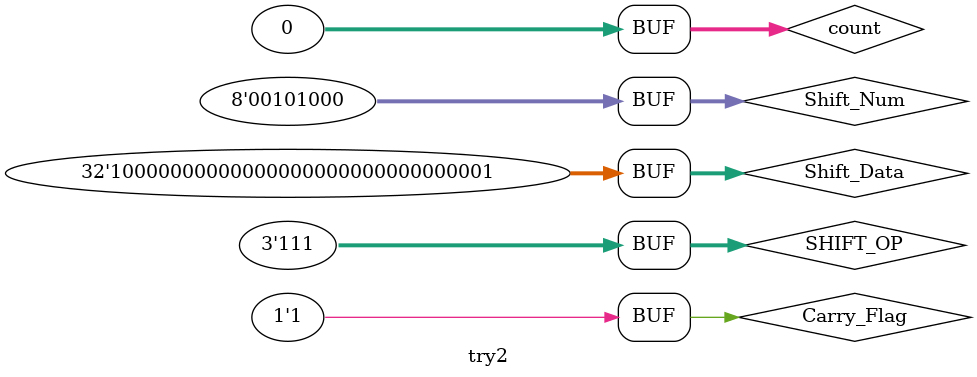
<source format=v>
`timescale 1ns / 1ps


module try2();
    wire [31:0] Shift_Out;
    wire Shift_Carry_Out;
    reg [31:0] Shift_Data;
    reg [7:0] Shift_Num;
    reg  Carry_Flag;
    reg  [2:0] SHIFT_OP;
    integer  count;
    Shift_barrel uut(
    .Shift_Out(Shift_Out),
    .Shift_Carry_Out(Shift_Carry_Out),
    .Shift_Data(Shift_Data),
    .Shift_Num(Shift_Num),
    .Carry_Flag(Carry_Flag),
    .SHIFT_OP(SHIFT_OP)
    );
    initial begin
        SHIFT_OP   = 3'b000;
        Shift_Num  = 8'b0;
        Carry_Flag = 1;
        Shift_Data = 32'h8000_0001;
        count      = 0;
        repeat(7)begin
            repeat(40)begin
                #2;
                Shift_Num = Shift_Num+8'b1;
            end
            SHIFT_OP  = SHIFT_OP+3'b1;
            Shift_Num = 8'b0;
        end
        repeat(40)begin
            #2;
            Shift_Num = Shift_Num+8'b1;
        end
    end
    
    
    
    
    
endmodule

</source>
